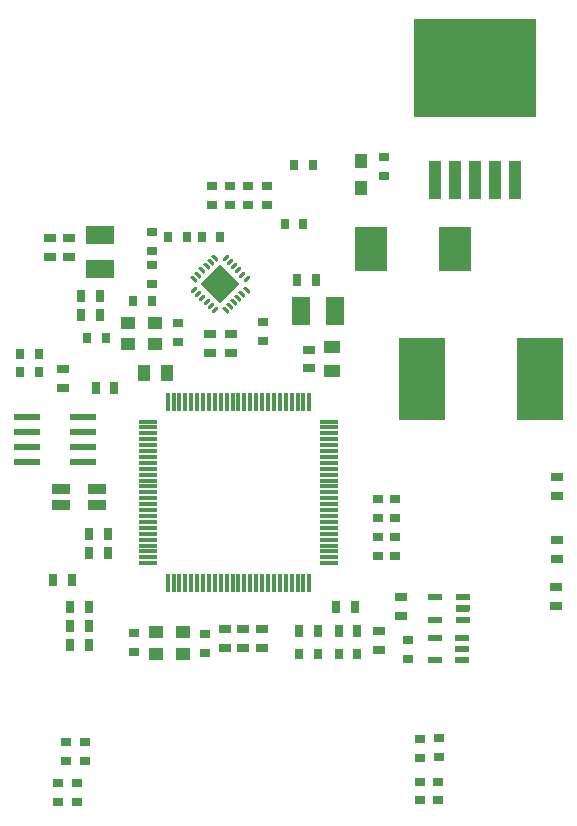
<source format=gtp>
G04*
G04 #@! TF.GenerationSoftware,Altium Limited,Altium Designer,20.0.13 (296)*
G04*
G04 Layer_Color=8421504*
%FSLAX44Y44*%
%MOMM*%
G71*
G01*
G75*
%ADD21R,0.9000X0.7000*%
%ADD22R,1.0000X0.8000*%
%ADD23R,0.7000X0.9000*%
%ADD24R,1.4000X1.0000*%
%ADD25R,0.8000X1.0000*%
%ADD26R,1.3000X1.1000*%
%ADD27R,1.5000X0.9000*%
%ADD28R,1.0000X1.4000*%
%ADD29R,1.5000X2.4000*%
%ADD30R,2.2000X0.6000*%
%ADD31R,2.4000X1.5000*%
G04:AMPARAMS|DCode=32|XSize=0.28mm|YSize=0.69mm|CornerRadius=0.07mm|HoleSize=0mm|Usage=FLASHONLY|Rotation=45.000|XOffset=0mm|YOffset=0mm|HoleType=Round|Shape=RoundedRectangle|*
%AMROUNDEDRECTD32*
21,1,0.2800,0.5500,0,0,45.0*
21,1,0.1400,0.6900,0,0,45.0*
1,1,0.1400,0.2439,-0.1450*
1,1,0.1400,0.1450,-0.2439*
1,1,0.1400,-0.2439,0.1450*
1,1,0.1400,-0.1450,0.2439*
%
%ADD32ROUNDEDRECTD32*%
G04:AMPARAMS|DCode=33|XSize=0.28mm|YSize=0.69mm|CornerRadius=0.07mm|HoleSize=0mm|Usage=FLASHONLY|Rotation=135.000|XOffset=0mm|YOffset=0mm|HoleType=Round|Shape=RoundedRectangle|*
%AMROUNDEDRECTD33*
21,1,0.2800,0.5500,0,0,135.0*
21,1,0.1400,0.6900,0,0,135.0*
1,1,0.1400,0.1450,0.2439*
1,1,0.1400,0.2439,0.1450*
1,1,0.1400,-0.1450,-0.2439*
1,1,0.1400,-0.2439,-0.1450*
%
%ADD33ROUNDEDRECTD33*%
%ADD34P,3.2329X4X90.0*%
G04:AMPARAMS|DCode=35|XSize=1.56mm|YSize=0.28mm|CornerRadius=0.035mm|HoleSize=0mm|Usage=FLASHONLY|Rotation=90.000|XOffset=0mm|YOffset=0mm|HoleType=Round|Shape=RoundedRectangle|*
%AMROUNDEDRECTD35*
21,1,1.5600,0.2100,0,0,90.0*
21,1,1.4900,0.2800,0,0,90.0*
1,1,0.0700,0.1050,0.7450*
1,1,0.0700,0.1050,-0.7450*
1,1,0.0700,-0.1050,-0.7450*
1,1,0.0700,-0.1050,0.7450*
%
%ADD35ROUNDEDRECTD35*%
G04:AMPARAMS|DCode=36|XSize=1.56mm|YSize=0.28mm|CornerRadius=0.035mm|HoleSize=0mm|Usage=FLASHONLY|Rotation=180.000|XOffset=0mm|YOffset=0mm|HoleType=Round|Shape=RoundedRectangle|*
%AMROUNDEDRECTD36*
21,1,1.5600,0.2100,0,0,180.0*
21,1,1.4900,0.2800,0,0,180.0*
1,1,0.0700,-0.7450,0.1050*
1,1,0.0700,0.7450,0.1050*
1,1,0.0700,0.7450,-0.1050*
1,1,0.0700,-0.7450,-0.1050*
%
%ADD36ROUNDEDRECTD36*%
%ADD37R,1.2000X0.6000*%
%ADD38R,10.4500X8.3000*%
%ADD39R,1.0500X3.2000*%
%ADD40R,1.1000X1.2500*%
%ADD41R,4.0000X7.0000*%
%ADD42R,2.7940X3.8100*%
G36*
X411875Y143125D02*
Y137875D01*
X400625D01*
Y143125D01*
X411875D01*
D02*
G37*
G36*
Y162125D02*
Y156875D01*
X400625D01*
Y162125D01*
X411875D01*
D02*
G37*
G36*
X434875Y143125D02*
Y137875D01*
X423625D01*
Y143125D01*
X434875D01*
D02*
G37*
G36*
Y152625D02*
Y147375D01*
X423625D01*
Y152625D01*
X434875D01*
D02*
G37*
G36*
Y162125D02*
Y156875D01*
X423625D01*
Y162125D01*
X434875D01*
D02*
G37*
G36*
X435125Y191125D02*
X423875D01*
Y196375D01*
X435125D01*
Y191125D01*
D02*
G37*
G36*
X412125D02*
X400875D01*
Y196375D01*
X412125D01*
Y191125D01*
D02*
G37*
G36*
X435125Y181625D02*
X423875D01*
Y186875D01*
X435125D01*
Y181625D01*
D02*
G37*
G36*
Y172125D02*
X423875D01*
Y177375D01*
X435125D01*
Y172125D01*
D02*
G37*
G36*
X412125D02*
X400875D01*
Y177375D01*
X412125D01*
Y172125D01*
D02*
G37*
D21*
X409250Y58250D02*
D03*
Y74250D02*
D03*
X393500Y74000D02*
D03*
Y58000D02*
D03*
X109750Y55250D02*
D03*
Y71250D02*
D03*
X94000Y71250D02*
D03*
Y55250D02*
D03*
X409000Y37750D02*
D03*
Y21750D02*
D03*
X87000Y36250D02*
D03*
Y20250D02*
D03*
X393500Y37750D02*
D03*
Y21750D02*
D03*
X103000Y36250D02*
D03*
Y20250D02*
D03*
X383500Y157250D02*
D03*
Y141250D02*
D03*
X372000Y261000D02*
D03*
Y277000D02*
D03*
X372000Y228750D02*
D03*
Y244750D02*
D03*
X358000Y228750D02*
D03*
Y244750D02*
D03*
Y261000D02*
D03*
Y277000D02*
D03*
X211500Y146750D02*
D03*
Y162750D02*
D03*
X151250Y163250D02*
D03*
Y147250D02*
D03*
X260250Y410500D02*
D03*
Y426500D02*
D03*
X188500Y410250D02*
D03*
Y426250D02*
D03*
X166500Y475250D02*
D03*
Y459250D02*
D03*
Y487250D02*
D03*
Y503250D02*
D03*
X232750Y541750D02*
D03*
Y525750D02*
D03*
X217500Y541750D02*
D03*
Y525750D02*
D03*
X263500Y541750D02*
D03*
Y525750D02*
D03*
X248000Y541750D02*
D03*
Y525750D02*
D03*
X363250Y566750D02*
D03*
Y550750D02*
D03*
D22*
X358750Y149500D02*
D03*
Y165500D02*
D03*
X299300Y387500D02*
D03*
Y403500D02*
D03*
X377250Y193750D02*
D03*
Y177750D02*
D03*
X260000Y150750D02*
D03*
Y166750D02*
D03*
X244000Y150750D02*
D03*
Y166750D02*
D03*
X228000Y150500D02*
D03*
Y166500D02*
D03*
X215250Y416250D02*
D03*
Y400250D02*
D03*
X96500Y498119D02*
D03*
Y482119D02*
D03*
X80250Y498119D02*
D03*
Y482119D02*
D03*
X91500Y387000D02*
D03*
Y371000D02*
D03*
X233250Y416250D02*
D03*
Y400250D02*
D03*
X508750Y202750D02*
D03*
Y186750D02*
D03*
X509250Y226250D02*
D03*
Y242250D02*
D03*
X509750Y279500D02*
D03*
Y295500D02*
D03*
D23*
X306750Y146000D02*
D03*
X290750D02*
D03*
X324500D02*
D03*
X340500D02*
D03*
X54500Y384500D02*
D03*
X70500D02*
D03*
X54500Y399750D02*
D03*
X70500D02*
D03*
X111500Y413500D02*
D03*
X127500D02*
D03*
X286750Y560000D02*
D03*
X302750D02*
D03*
X166500Y445000D02*
D03*
X150500D02*
D03*
X278750Y509750D02*
D03*
X294750D02*
D03*
X196500Y498500D02*
D03*
X180500D02*
D03*
X208500D02*
D03*
X224500D02*
D03*
D24*
X319300Y385500D02*
D03*
Y405500D02*
D03*
D25*
X291000Y165000D02*
D03*
X307000D02*
D03*
X338250Y185500D02*
D03*
X322250D02*
D03*
X340500Y165000D02*
D03*
X324500D02*
D03*
X113000Y185750D02*
D03*
X97000D02*
D03*
X113000Y169500D02*
D03*
X97000D02*
D03*
X113000Y153500D02*
D03*
X97000D02*
D03*
X82500Y208000D02*
D03*
X98500D02*
D03*
X129600Y247050D02*
D03*
X113600D02*
D03*
X129600Y230800D02*
D03*
X113600D02*
D03*
X134750Y370750D02*
D03*
X118750D02*
D03*
X289500Y462750D02*
D03*
X305500D02*
D03*
X122400Y432800D02*
D03*
X106400D02*
D03*
X122400Y448800D02*
D03*
X106400D02*
D03*
D26*
X193000Y146000D02*
D03*
X170000D02*
D03*
Y164000D02*
D03*
X193000D02*
D03*
X169500Y408000D02*
D03*
X146500D02*
D03*
Y426000D02*
D03*
X169500D02*
D03*
D27*
X120250Y271500D02*
D03*
Y285500D02*
D03*
X89250D02*
D03*
Y271500D02*
D03*
D28*
X159500Y383750D02*
D03*
X179500D02*
D03*
D29*
X321500Y435750D02*
D03*
X292500D02*
D03*
D30*
X60500Y346300D02*
D03*
Y333600D02*
D03*
Y320900D02*
D03*
Y308200D02*
D03*
X108500Y346300D02*
D03*
Y333600D02*
D03*
Y320900D02*
D03*
Y308200D02*
D03*
D31*
X122750Y471500D02*
D03*
Y500500D02*
D03*
D32*
X219786Y481036D02*
D03*
X216250Y477500D02*
D03*
X202108Y463358D02*
D03*
X205644Y466893D02*
D03*
X212714Y473965D02*
D03*
X209179Y470429D02*
D03*
X235978Y443629D02*
D03*
X239514Y447165D02*
D03*
X232442Y440094D02*
D03*
X228907Y436559D02*
D03*
X243050Y450701D02*
D03*
X246585Y454236D02*
D03*
D33*
X228907Y481036D02*
D03*
X232442Y477500D02*
D03*
X246585Y463358D02*
D03*
X243050Y466893D02*
D03*
X235978Y473964D02*
D03*
X239514Y470429D02*
D03*
X202108Y454236D02*
D03*
X205644Y450701D02*
D03*
X219786Y436559D02*
D03*
X216250Y440094D02*
D03*
X209179Y447165D02*
D03*
X212714Y443629D02*
D03*
D34*
X224347Y458797D02*
D03*
D35*
X179750Y359350D02*
D03*
X184750D02*
D03*
X189750D02*
D03*
X194750D02*
D03*
X199750D02*
D03*
X204750D02*
D03*
X209750D02*
D03*
X214750D02*
D03*
X219750D02*
D03*
X224750D02*
D03*
X229750D02*
D03*
X234750D02*
D03*
X239750D02*
D03*
X244750D02*
D03*
X249750D02*
D03*
X254750D02*
D03*
X259750D02*
D03*
X264750D02*
D03*
X269750D02*
D03*
X274750D02*
D03*
X279750D02*
D03*
X284750D02*
D03*
X289750D02*
D03*
X294750D02*
D03*
X299750D02*
D03*
Y205750D02*
D03*
X294750D02*
D03*
X289750D02*
D03*
X284750D02*
D03*
X279750D02*
D03*
X274750D02*
D03*
X269750D02*
D03*
X264750D02*
D03*
X259750D02*
D03*
X254750D02*
D03*
X249750D02*
D03*
X244750D02*
D03*
X239750D02*
D03*
X234750D02*
D03*
X229750D02*
D03*
X224750D02*
D03*
X219750D02*
D03*
X214750D02*
D03*
X209750D02*
D03*
X204750D02*
D03*
X199750D02*
D03*
X194750D02*
D03*
X189750D02*
D03*
X184750D02*
D03*
X179750D02*
D03*
D36*
X162950Y222550D02*
D03*
Y227550D02*
D03*
Y232550D02*
D03*
Y237550D02*
D03*
Y242550D02*
D03*
Y247550D02*
D03*
Y252550D02*
D03*
Y257550D02*
D03*
Y262550D02*
D03*
Y267550D02*
D03*
Y272550D02*
D03*
Y277550D02*
D03*
Y282550D02*
D03*
Y287550D02*
D03*
Y292550D02*
D03*
Y297550D02*
D03*
Y302550D02*
D03*
Y307550D02*
D03*
Y312550D02*
D03*
Y317550D02*
D03*
Y322550D02*
D03*
Y327550D02*
D03*
Y332550D02*
D03*
Y337550D02*
D03*
Y342550D02*
D03*
X316550D02*
D03*
Y337550D02*
D03*
Y332550D02*
D03*
Y327550D02*
D03*
Y322550D02*
D03*
Y317550D02*
D03*
Y312550D02*
D03*
Y307550D02*
D03*
Y302550D02*
D03*
Y297550D02*
D03*
Y292550D02*
D03*
Y287550D02*
D03*
Y282550D02*
D03*
Y277550D02*
D03*
Y272550D02*
D03*
Y267550D02*
D03*
Y262550D02*
D03*
Y257550D02*
D03*
Y252550D02*
D03*
Y247550D02*
D03*
Y242550D02*
D03*
Y237550D02*
D03*
Y232550D02*
D03*
Y227550D02*
D03*
Y222550D02*
D03*
D37*
X406500Y174750D02*
D03*
Y193750D02*
D03*
X429500D02*
D03*
Y184250D02*
D03*
Y174750D02*
D03*
X406250Y140500D02*
D03*
Y159500D02*
D03*
X429250D02*
D03*
Y150000D02*
D03*
Y140500D02*
D03*
D38*
X439750Y641750D02*
D03*
D39*
X473750Y547250D02*
D03*
X456750D02*
D03*
X439750D02*
D03*
X422750D02*
D03*
X405750D02*
D03*
D40*
X343750Y540250D02*
D03*
Y563250D02*
D03*
D41*
X495250Y378500D02*
D03*
X395250D02*
D03*
D42*
X423435Y488750D02*
D03*
X352065D02*
D03*
M02*

</source>
